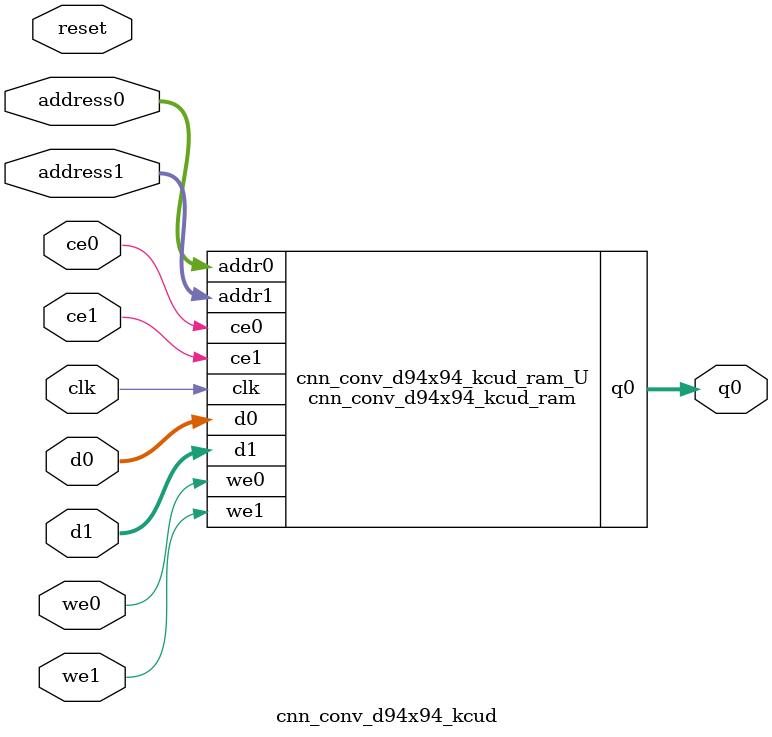
<source format=v>

`timescale 1 ns / 1 ps
module cnn_conv_d94x94_kcud_ram (addr0, ce0, d0, we0, q0, addr1, ce1, d1, we1,  clk);

parameter DWIDTH = 32;
parameter AWIDTH = 7;
parameter MEM_SIZE = 94;

input[AWIDTH-1:0] addr0;
input ce0;
input[DWIDTH-1:0] d0;
input we0;
output reg[DWIDTH-1:0] q0;
input[AWIDTH-1:0] addr1;
input ce1;
input[DWIDTH-1:0] d1;
input we1;
input clk;

(* ram_style = "block" *)reg [DWIDTH-1:0] ram[0:MEM_SIZE-1];




always @(posedge clk)  
begin 
    if (ce0) 
    begin
        if (we0) 
        begin 
            ram[addr0] <= d0; 
            q0 <= d0;
        end 
        else 
            q0 <= ram[addr0];
    end
end


always @(posedge clk)  
begin 
    if (ce1) 
    begin
        if (we1) 
        begin 
            ram[addr1] <= d1; 
        end 
    end
end


endmodule


`timescale 1 ns / 1 ps
module cnn_conv_d94x94_kcud(
    reset,
    clk,
    address0,
    ce0,
    we0,
    d0,
    q0,
    address1,
    ce1,
    we1,
    d1);

parameter DataWidth = 32'd32;
parameter AddressRange = 32'd94;
parameter AddressWidth = 32'd7;
input reset;
input clk;
input[AddressWidth - 1:0] address0;
input ce0;
input we0;
input[DataWidth - 1:0] d0;
output[DataWidth - 1:0] q0;
input[AddressWidth - 1:0] address1;
input ce1;
input we1;
input[DataWidth - 1:0] d1;



cnn_conv_d94x94_kcud_ram cnn_conv_d94x94_kcud_ram_U(
    .clk( clk ),
    .addr0( address0 ),
    .ce0( ce0 ),
    .d0( d0 ),
    .we0( we0 ),
    .q0( q0 ),
    .addr1( address1 ),
    .ce1( ce1 ),
    .d1( d1 ),
    .we1( we1 ));

endmodule


</source>
